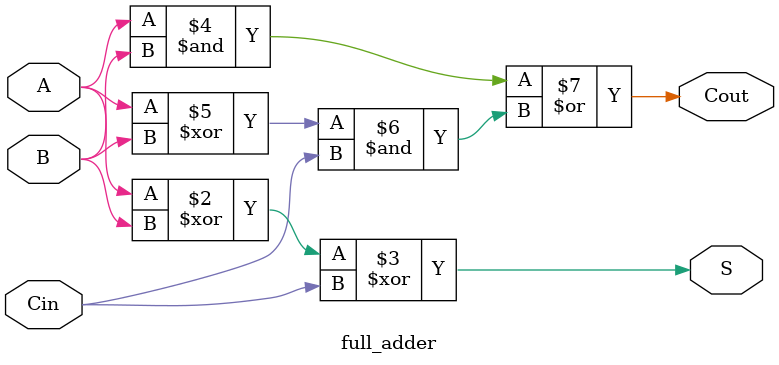
<source format=v>
module full_adder( A, B, Cin, S, Cout);

 input wire A, B, Cin;
 output reg S, Cout;

 always @(A or B or Cin)
  begin 
   S = A ^ B ^ Cin; 
   Cout = A&B | (A^B) & Cin; 
  end
endmodule
</source>
